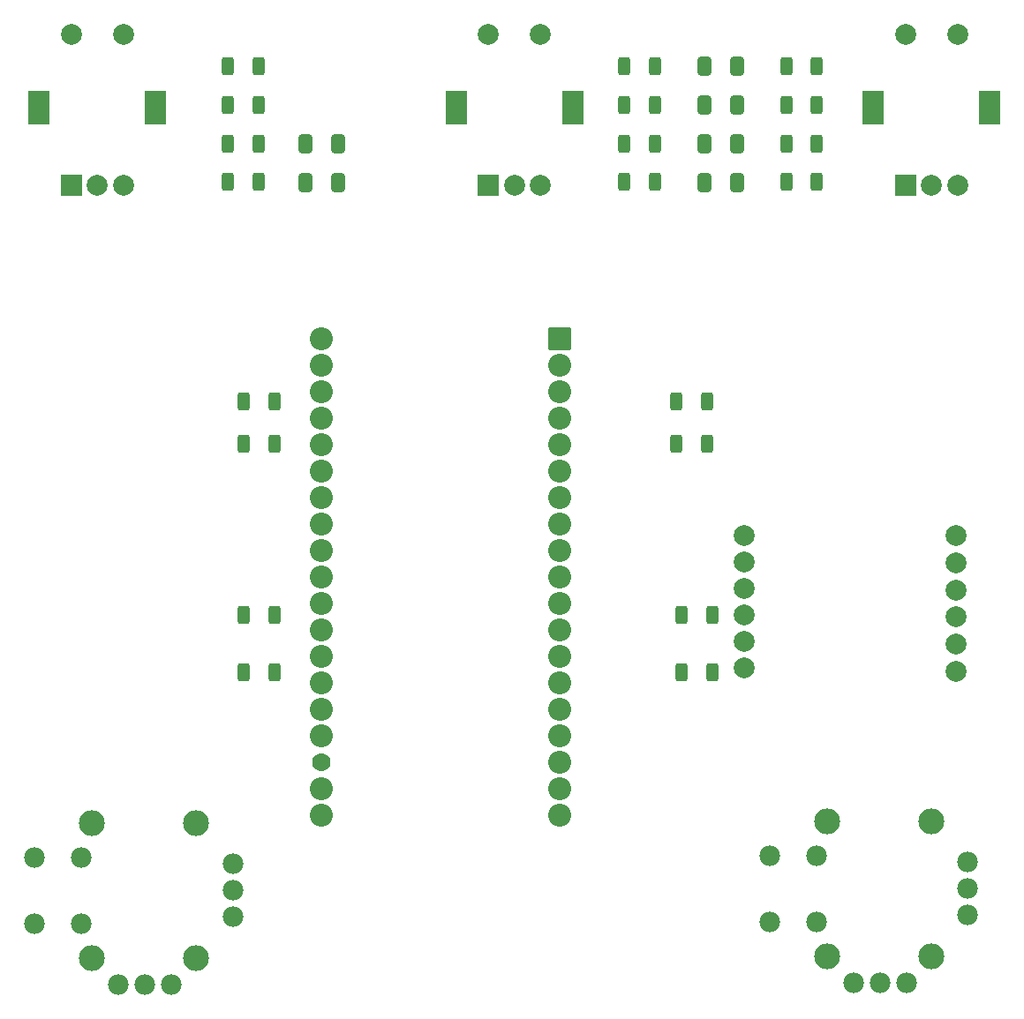
<source format=gbr>
%TF.GenerationSoftware,KiCad,Pcbnew,8.0.2*%
%TF.CreationDate,2024-11-11T15:41:05-05:00*%
%TF.ProjectId,PTZ_Camera_Controler,50545a5f-4361-46d6-9572-615f436f6e74,rev?*%
%TF.SameCoordinates,Original*%
%TF.FileFunction,Soldermask,Bot*%
%TF.FilePolarity,Negative*%
%FSLAX46Y46*%
G04 Gerber Fmt 4.6, Leading zero omitted, Abs format (unit mm)*
G04 Created by KiCad (PCBNEW 8.0.2) date 2024-11-11 15:41:05*
%MOMM*%
%LPD*%
G01*
G04 APERTURE LIST*
G04 Aperture macros list*
%AMRoundRect*
0 Rectangle with rounded corners*
0 $1 Rounding radius*
0 $2 $3 $4 $5 $6 $7 $8 $9 X,Y pos of 4 corners*
0 Add a 4 corners polygon primitive as box body*
4,1,4,$2,$3,$4,$5,$6,$7,$8,$9,$2,$3,0*
0 Add four circle primitives for the rounded corners*
1,1,$1+$1,$2,$3*
1,1,$1+$1,$4,$5*
1,1,$1+$1,$6,$7*
1,1,$1+$1,$8,$9*
0 Add four rect primitives between the rounded corners*
20,1,$1+$1,$2,$3,$4,$5,0*
20,1,$1+$1,$4,$5,$6,$7,0*
20,1,$1+$1,$6,$7,$8,$9,0*
20,1,$1+$1,$8,$9,$2,$3,0*%
G04 Aperture macros list end*
%ADD10R,2.000000X2.000000*%
%ADD11C,2.000000*%
%ADD12R,2.000000X3.200000*%
%ADD13C,1.982000*%
%ADD14C,2.490000*%
%ADD15RoundRect,0.250000X-0.412500X-0.650000X0.412500X-0.650000X0.412500X0.650000X-0.412500X0.650000X0*%
%ADD16RoundRect,0.250000X0.312500X0.625000X-0.312500X0.625000X-0.312500X-0.625000X0.312500X-0.625000X0*%
%ADD17RoundRect,0.250000X-0.312500X-0.625000X0.312500X-0.625000X0.312500X0.625000X-0.312500X0.625000X0*%
%ADD18RoundRect,0.102000X1.000000X1.000000X-1.000000X1.000000X-1.000000X-1.000000X1.000000X-1.000000X0*%
%ADD19C,2.204000*%
%ADD20C,1.764000*%
G04 APERTURE END LIST*
D10*
%TO.C,ENCODER3*%
X188500000Y-68000000D03*
D11*
X193500000Y-68000000D03*
X191000000Y-68000000D03*
D12*
X185400000Y-60500000D03*
X196600000Y-60500000D03*
D11*
X193500000Y-53500000D03*
X188500000Y-53500000D03*
%TD*%
D10*
%TO.C,ENCODER2*%
X148500000Y-68000000D03*
D11*
X153500000Y-68000000D03*
X151000000Y-68000000D03*
D12*
X145400000Y-60500000D03*
X156600000Y-60500000D03*
D11*
X153500000Y-53500000D03*
X148500000Y-53500000D03*
%TD*%
D13*
%TO.C,JOY-STICK2*%
X175500000Y-138675000D03*
X175500000Y-132325000D03*
X180000000Y-138675000D03*
X180000000Y-132325000D03*
X194500000Y-138000000D03*
X194500000Y-135500000D03*
X194500000Y-132920000D03*
D14*
X181000000Y-142000000D03*
X191000000Y-142000000D03*
X191000000Y-129000000D03*
X181000000Y-129000000D03*
D13*
X183500000Y-144500000D03*
X186040000Y-144500000D03*
X188580000Y-144500000D03*
%TD*%
D10*
%TO.C,ENCODER1*%
X108500000Y-68000000D03*
D11*
X113500000Y-68000000D03*
X111000000Y-68000000D03*
D12*
X105400000Y-60500000D03*
X116600000Y-60500000D03*
D11*
X113500000Y-53500000D03*
X108500000Y-53500000D03*
%TD*%
D13*
%TO.C,JOY-STICK1*%
X105000000Y-138850000D03*
X105000000Y-132500000D03*
X109500000Y-138850000D03*
X109500000Y-132500000D03*
X124000000Y-138175000D03*
X124000000Y-135675000D03*
X124000000Y-133095000D03*
D14*
X110500000Y-142175000D03*
X120500000Y-142175000D03*
X120500000Y-129175000D03*
X110500000Y-129175000D03*
D13*
X113000000Y-144675000D03*
X115540000Y-144675000D03*
X118080000Y-144675000D03*
%TD*%
D15*
%TO.C,C1*%
X131000000Y-67715000D03*
X134125000Y-67715000D03*
%TD*%
D16*
%TO.C,R6*%
X128000000Y-92821400D03*
X125075000Y-92821400D03*
%TD*%
%TO.C,R8*%
X169462500Y-92821400D03*
X166537500Y-92821400D03*
%TD*%
%TO.C,R1*%
X127962500Y-114750000D03*
X125037500Y-114750000D03*
%TD*%
%TO.C,R2*%
X128000000Y-109250000D03*
X125075000Y-109250000D03*
%TD*%
D17*
%TO.C,R15*%
X161537500Y-60260000D03*
X164462500Y-60260000D03*
%TD*%
D15*
%TO.C,C6*%
X169206300Y-56517500D03*
X172331300Y-56517500D03*
%TD*%
%TO.C,C2*%
X131000000Y-64002500D03*
X134125000Y-64002500D03*
%TD*%
D17*
%TO.C,R3*%
X167037500Y-114750000D03*
X169962500Y-114750000D03*
%TD*%
%TO.C,R9*%
X123537500Y-67685000D03*
X126462500Y-67685000D03*
%TD*%
D15*
%TO.C,C4*%
X169206300Y-63982500D03*
X172331300Y-63982500D03*
%TD*%
D17*
%TO.C,R4*%
X167037500Y-109250000D03*
X169962500Y-109250000D03*
%TD*%
%TO.C,R14*%
X161537500Y-63972500D03*
X164462500Y-63972500D03*
%TD*%
%TO.C,R10*%
X123537500Y-63972500D03*
X126462500Y-63972500D03*
%TD*%
%TO.C,R18*%
X177075000Y-63967500D03*
X180000000Y-63967500D03*
%TD*%
%TO.C,R13*%
X161537500Y-67685000D03*
X164462500Y-67685000D03*
%TD*%
D16*
%TO.C,R5*%
X128000000Y-88750000D03*
X125075000Y-88750000D03*
%TD*%
D15*
%TO.C,C5*%
X169206300Y-60250000D03*
X172331300Y-60250000D03*
%TD*%
D18*
%TO.C,ESP32*%
X155360000Y-82690000D03*
D19*
X155360000Y-85230000D03*
X155360000Y-87770000D03*
X155360000Y-90310000D03*
X155360000Y-92850000D03*
X155360000Y-95390000D03*
X155360000Y-97930000D03*
X155360000Y-100470000D03*
X155360000Y-103010000D03*
X155360000Y-105550000D03*
X155360000Y-108090000D03*
X155360000Y-110630000D03*
X155360000Y-113170000D03*
X155360000Y-115710000D03*
X155360000Y-118250000D03*
X155360000Y-120790000D03*
X155360000Y-123330000D03*
X155360000Y-125870000D03*
X155360000Y-128410000D03*
X132500000Y-82690000D03*
X132500000Y-85230000D03*
X132500000Y-87770000D03*
X132500000Y-90310000D03*
X132500000Y-92850000D03*
X132500000Y-95390000D03*
X132500000Y-97930000D03*
X132500000Y-100470000D03*
X132500000Y-103010000D03*
X132500000Y-105550000D03*
X132500000Y-108090000D03*
X132500000Y-110630000D03*
X132500000Y-113170000D03*
X132500000Y-115710000D03*
X132500000Y-118250000D03*
X132500000Y-120790000D03*
D20*
X132500000Y-123330000D03*
D19*
X132500000Y-125870000D03*
X132500000Y-128410000D03*
%TD*%
D15*
%TO.C,C3*%
X169206300Y-67715000D03*
X172331300Y-67715000D03*
%TD*%
D17*
%TO.C,R20*%
X177075000Y-56532500D03*
X180000000Y-56532500D03*
%TD*%
%TO.C,R11*%
X123537500Y-60260000D03*
X126462500Y-60260000D03*
%TD*%
%TO.C,R12*%
X123537500Y-56547500D03*
X126462500Y-56547500D03*
%TD*%
D16*
%TO.C,R7*%
X169462500Y-88750000D03*
X166537500Y-88750000D03*
%TD*%
D17*
%TO.C,R17*%
X177075000Y-67685000D03*
X180000000Y-67685000D03*
%TD*%
%TO.C,R16*%
X161537500Y-56547500D03*
X164462500Y-56547500D03*
%TD*%
D11*
%TO.C,ETHERNET-SHEILD1*%
X193360000Y-101625000D03*
X193360000Y-104225000D03*
X193360000Y-106825000D03*
X193360000Y-109425000D03*
X193360000Y-112025000D03*
X193360000Y-114625000D03*
X173040000Y-101625000D03*
X173040000Y-104165000D03*
X173040000Y-106705000D03*
X173040000Y-109245000D03*
X173040000Y-111785000D03*
X173040000Y-114325000D03*
%TD*%
D17*
%TO.C,R19*%
X177075000Y-60250000D03*
X180000000Y-60250000D03*
%TD*%
M02*

</source>
